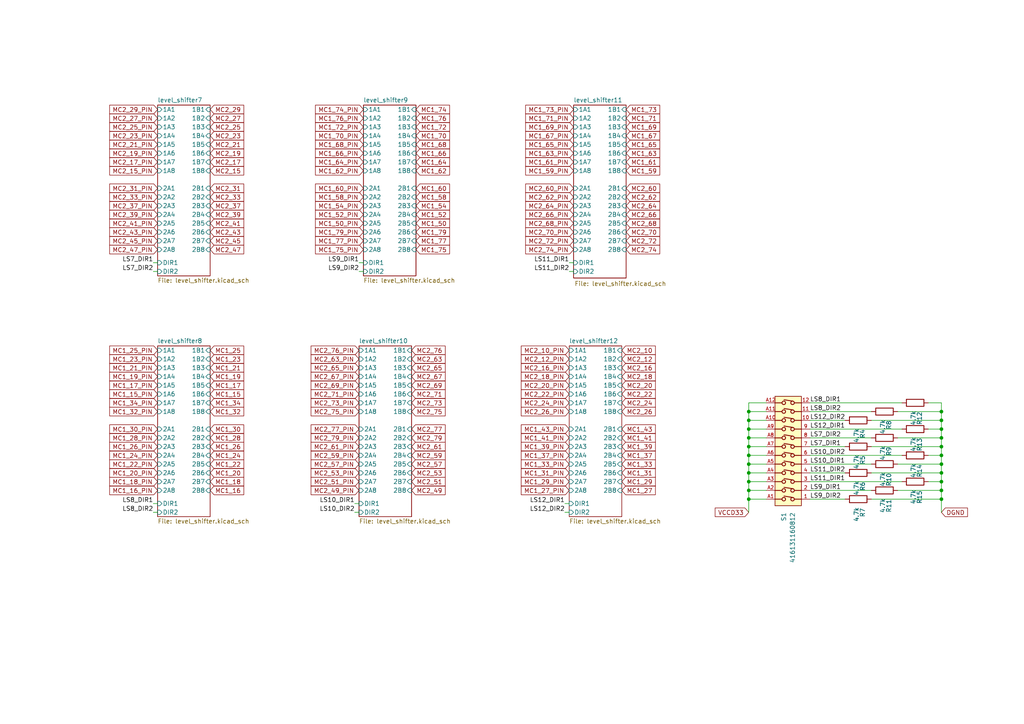
<source format=kicad_sch>
(kicad_sch (version 20231120) (generator "eeschema") (generator_version "8.0")
  (paper "A4")
  (lib_symbols
    (symbol "Device:R" (pin_numbers hide) (pin_names (offset 0))
      (property "Reference" "R" (at 2.032 0 90))
      (property "Value" "R" (at 0 0 90))
      (symbol "R_0_1"
        (rectangle (start -1.016 -2.54) (end 1.016 2.54) (stroke (width 0.254)))
      )
      (symbol "R_1_1"
        (pin passive line (at 0 3.81 270) (length 1.27) (name "~") (number "1"))
        (pin passive line (at 0 -3.81 90) (length 1.27) (name "~") (number "2"))
      )
    )
    (symbol "avlsi_preferred_parts:416131160812" (pin_names (offset 1.016))
      (property "Reference" "S" (at 15.24 2.54 0))
      (property "Value" "416131160812" (at 15.24 0 0))
      (symbol "416131160812_0_0"
        (rectangle (start -17.145 -2.54) (end 14.605 5.08) (stroke (width 0.2)) (fill (type background)))
        (circle (center -15.24 0) (radius 0.508) (stroke (width 0.254)))
        (circle (center -15.24 2.54) (radius 0.508) (stroke (width 0.254)))
        (circle (center -12.7 0) (radius 0.508) (stroke (width 0.254)))
        (circle (center -12.7 2.54) (radius 0.508) (stroke (width 0.254)))
        (circle (center -10.16 0) (radius 0.508) (stroke (width 0.254)))
        (circle (center -10.16 2.54) (radius 0.508) (stroke (width 0.254)))
        (circle (center -7.62 0) (radius 0.508) (stroke (width 0.254)))
        (circle (center -7.62 2.54) (radius 0.508) (stroke (width 0.254)))
        (circle (center -5.08 0) (radius 0.508) (stroke (width 0.254)))
        (circle (center -5.08 2.54) (radius 0.508) (stroke (width 0.254)))
        (circle (center -2.54 0) (radius 0.508) (stroke (width 0.254)))
        (circle (center -2.54 2.54) (radius 0.508) (stroke (width 0.254)))
        (polyline (pts (xy -15.24 -2.54) (xy -15.24 -0.535)) (stroke (width 0.254)))
        (polyline (pts (xy -15.24 5.08) (xy -15.24 3.075)) (stroke (width 0.254)))
        (polyline (pts (xy -14.74 -0.03) (xy -14.34 2.47)) (stroke (width 0.254)))
        (polyline (pts (xy -12.7 -2.54) (xy -12.7 -0.535)) (stroke (width 0.254)))
        (polyline (pts (xy -12.7 5.08) (xy -12.7 3.075)) (stroke (width 0.254)))
        (polyline (pts (xy -12.2 -0.03) (xy -11.8 2.47)) (stroke (width 0.254)))
        (polyline (pts (xy -10.16 -2.54) (xy -10.16 -0.535)) (stroke (width 0.254)))
        (polyline (pts (xy -10.16 5.08) (xy -10.16 3.075)) (stroke (width 0.254)))
        (polyline (pts (xy -9.66 -0.03) (xy -9.26 2.47)) (stroke (width 0.254)))
        (polyline (pts (xy -7.62 -2.54) (xy -7.62 -0.535)) (stroke (width 0.254)))
        (polyline (pts (xy -7.62 5.08) (xy -7.62 3.075)) (stroke (width 0.254)))
        (polyline (pts (xy -7.12 -0.03) (xy -6.72 2.47)) (stroke (width 0.254)))
        (polyline (pts (xy -5.08 -2.54) (xy -5.08 -0.535)) (stroke (width 0.254)))
        (polyline (pts (xy -5.08 5.08) (xy -5.08 3.075)) (stroke (width 0.254)))
        (polyline (pts (xy -4.58 -0.03) (xy -4.18 2.47)) (stroke (width 0.254)))
        (polyline (pts (xy -2.54 -2.54) (xy -2.54 -0.535)) (stroke (width 0.254)))
        (polyline (pts (xy -2.54 5.08) (xy -2.54 3.075)) (stroke (width 0.254)))
        (polyline (pts (xy -2.04 -0.03) (xy -1.64 2.47)) (stroke (width 0.254)))
        (polyline (pts (xy 0 -2.54) (xy 0 -0.535)) (stroke (width 0.254)))
        (polyline (pts (xy 0 5.08) (xy 0 3.075)) (stroke (width 0.254)))
        (polyline (pts (xy 0.5 -0.03) (xy 0.9 2.47)) (stroke (width 0.254)))
        (polyline (pts (xy 2.54 -2.54) (xy 2.54 -0.535)) (stroke (width 0.254)))
        (polyline (pts (xy 2.54 5.08) (xy 2.54 3.075)) (stroke (width 0.254)))
        (polyline (pts (xy 3.04 -0.03) (xy 3.44 2.47)) (stroke (width 0.254)))
        (polyline (pts (xy 5.08 -2.54) (xy 5.08 -0.535)) (stroke (width 0.254)))
        (polyline (pts (xy 5.08 5.08) (xy 5.08 3.075)) (stroke (width 0.254)))
        (polyline (pts (xy 5.58 -0.03) (xy 5.98 2.47)) (stroke (width 0.254)))
        (polyline (pts (xy 7.62 -2.54) (xy 7.62 -0.535)) (stroke (width 0.254)))
        (polyline (pts (xy 7.62 5.08) (xy 7.62 3.075)) (stroke (width 0.254)))
        (polyline (pts (xy 8.12 -0.03) (xy 8.52 2.47)) (stroke (width 0.254)))
        (polyline (pts (xy 10.16 -2.54) (xy 10.16 -0.535)) (stroke (width 0.254)))
        (polyline (pts (xy 10.16 5.08) (xy 10.16 3.075)) (stroke (width 0.254)))
        (polyline (pts (xy 10.66 -0.03) (xy 11.06 2.47)) (stroke (width 0.254)))
        (polyline (pts (xy 12.7 -2.54) (xy 12.7 -0.535)) (stroke (width 0.254)))
        (polyline (pts (xy 12.7 5.08) (xy 12.7 3.075)) (stroke (width 0.254)))
        (polyline (pts (xy 13.2 -0.03) (xy 13.6 2.47)) (stroke (width 0.254)))
        (circle (center 0 0) (radius 0.508) (stroke (width 0.254)))
        (circle (center 0 2.54) (radius 0.508) (stroke (width 0.254)))
        (circle (center 2.54 0) (radius 0.508) (stroke (width 0.254)))
        (circle (center 2.54 2.54) (radius 0.508) (stroke (width 0.254)))
        (circle (center 5.08 0) (radius 0.508) (stroke (width 0.254)))
        (circle (center 5.08 2.54) (radius 0.508) (stroke (width 0.254)))
        (circle (center 7.62 0) (radius 0.508) (stroke (width 0.254)))
        (circle (center 7.62 2.54) (radius 0.508) (stroke (width 0.254)))
        (circle (center 10.16 0) (radius 0.508) (stroke (width 0.254)))
        (circle (center 10.16 2.54) (radius 0.508) (stroke (width 0.254)))
        (circle (center 12.7 0) (radius 0.508) (stroke (width 0.254)))
        (circle (center 12.7 2.54) (radius 0.508) (stroke (width 0.254)))
        (pin passive line (at -15.24 -5.08 90) (length 2.54) (name "~") (number "1"))
        (pin passive line (at 7.62 -5.08 90) (length 2.54) (name "~") (number "10"))
        (pin passive line (at 10.16 -5.08 90) (length 2.54) (name "~") (number "11"))
        (pin passive line (at 12.7 -5.08 90) (length 2.54) (name "~") (number "12"))
        (pin passive line (at -12.7 -5.08 90) (length 2.54) (name "~") (number "2"))
        (pin passive line (at -10.16 -5.08 90) (length 2.54) (name "~") (number "3"))
        (pin passive line (at -7.62 -5.08 90) (length 2.54) (name "~") (number "4"))
        (pin passive line (at -5.08 -5.08 90) (length 2.54) (name "~") (number "5"))
        (pin passive line (at -2.54 -5.08 90) (length 2.54) (name "~") (number "6"))
        (pin passive line (at 0 -5.08 90) (length 2.54) (name "~") (number "7"))
        (pin passive line (at 2.54 -5.08 90) (length 2.54) (name "~") (number "8"))
        (pin passive line (at 5.08 -5.08 90) (length 2.54) (name "~") (number "9"))
        (pin passive line (at -15.24 7.62 270) (length 2.54) (name "~") (number "A1"))
        (pin passive line (at 7.62 7.62 270) (length 2.54) (name "~") (number "A10"))
        (pin passive line (at 10.16 7.62 270) (length 2.54) (name "~") (number "A11"))
        (pin passive line (at 12.7 7.62 270) (length 2.54) (name "~") (number "A12"))
        (pin passive line (at -12.7 7.62 270) (length 2.54) (name "~") (number "A2"))
        (pin passive line (at -10.16 7.62 270) (length 2.54) (name "~") (number "A3"))
        (pin passive line (at -7.62 7.62 270) (length 2.54) (name "~") (number "A4"))
        (pin passive line (at -5.08 7.62 270) (length 2.54) (name "~") (number "A5"))
        (pin passive line (at -2.54 7.62 270) (length 2.54) (name "~") (number "A6"))
        (pin passive line (at 0 7.62 270) (length 2.54) (name "~") (number "A7"))
        (pin passive line (at 2.54 7.62 270) (length 2.54) (name "~") (number "A8"))
        (pin passive line (at 5.08 7.62 270) (length 2.54) (name "~") (number "A9"))
      )
    )
  )
  (junction (at 273.05 139.7))
  (junction (at 217.17 121.92))
  (junction (at 217.17 144.78))
  (junction (at 217.17 127))
  (junction (at 273.05 119.38))
  (junction (at 217.17 142.24))
  (junction (at 273.05 121.92))
  (junction (at 217.17 119.38))
  (junction (at 217.17 137.16))
  (junction (at 273.05 124.46))
  (junction (at 217.17 139.7))
  (junction (at 273.05 132.08))
  (junction (at 217.17 129.54))
  (junction (at 273.05 142.24))
  (junction (at 217.17 134.62))
  (junction (at 273.05 129.54))
  (junction (at 217.17 124.46))
  (junction (at 273.05 134.62))
  (junction (at 217.17 132.08))
  (junction (at 273.05 137.16))
  (junction (at 273.05 144.78))
  (junction (at 273.05 127))
  (wire (pts (xy 217.17 121.92) (xy 222.25 121.92)))
  (wire (pts (xy 273.05 139.7) (xy 273.05 142.24)))
  (wire (pts (xy 217.17 124.46) (xy 222.25 124.46)))
  (wire (pts (xy 165.1 78.74) (xy 166.37 78.74)))
  (wire (pts (xy 217.17 116.84) (xy 222.25 116.84)))
  (wire (pts (xy 102.87 146.05) (xy 104.14 146.05)))
  (wire (pts (xy 217.17 134.62) (xy 217.17 132.08)))
  (wire (pts (xy 234.95 134.62) (xy 252.73 134.62)))
  (wire (pts (xy 252.73 129.54) (xy 273.05 129.54)))
  (wire (pts (xy 217.17 137.16) (xy 222.25 137.16)))
  (wire (pts (xy 260.35 134.62) (xy 273.05 134.62)))
  (wire (pts (xy 234.95 121.92) (xy 245.11 121.92)))
  (wire (pts (xy 44.45 148.59) (xy 45.72 148.59)))
  (wire (pts (xy 217.17 129.54) (xy 217.17 127)))
  (wire (pts (xy 217.17 144.78) (xy 217.17 142.24)))
  (wire (pts (xy 269.24 139.7) (xy 273.05 139.7)))
  (wire (pts (xy 273.05 134.62) (xy 273.05 137.16)))
  (wire (pts (xy 273.05 129.54) (xy 273.05 132.08)))
  (wire (pts (xy 234.95 119.38) (xy 252.73 119.38)))
  (wire (pts (xy 234.95 127) (xy 252.73 127)))
  (wire (pts (xy 273.05 137.16) (xy 273.05 139.7)))
  (wire (pts (xy 217.17 127) (xy 217.17 124.46)))
  (wire (pts (xy 273.05 127) (xy 273.05 129.54)))
  (wire (pts (xy 269.24 124.46) (xy 273.05 124.46)))
  (wire (pts (xy 252.73 144.78) (xy 273.05 144.78)))
  (wire (pts (xy 217.17 148.59) (xy 217.17 144.78)))
  (wire (pts (xy 217.17 134.62) (xy 222.25 134.62)))
  (wire (pts (xy 234.95 139.7) (xy 261.62 139.7)))
  (wire (pts (xy 252.73 137.16) (xy 273.05 137.16)))
  (wire (pts (xy 217.17 119.38) (xy 222.25 119.38)))
  (wire (pts (xy 217.17 144.78) (xy 222.25 144.78)))
  (wire (pts (xy 273.05 144.78) (xy 273.05 148.59)))
  (wire (pts (xy 217.17 132.08) (xy 217.17 129.54)))
  (wire (pts (xy 273.05 121.92) (xy 273.05 124.46)))
  (wire (pts (xy 44.45 76.2) (xy 45.72 76.2)))
  (wire (pts (xy 273.05 142.24) (xy 273.05 144.78)))
  (wire (pts (xy 165.1 76.2) (xy 166.37 76.2)))
  (wire (pts (xy 217.17 139.7) (xy 222.25 139.7)))
  (wire (pts (xy 217.17 121.92) (xy 217.17 119.38)))
  (wire (pts (xy 217.17 129.54) (xy 222.25 129.54)))
  (wire (pts (xy 234.95 116.84) (xy 261.62 116.84)))
  (wire (pts (xy 273.05 124.46) (xy 273.05 127)))
  (wire (pts (xy 269.24 132.08) (xy 273.05 132.08)))
  (wire (pts (xy 217.17 142.24) (xy 222.25 142.24)))
  (wire (pts (xy 234.95 129.54) (xy 245.11 129.54)))
  (wire (pts (xy 217.17 127) (xy 222.25 127)))
  (wire (pts (xy 273.05 116.84) (xy 273.05 119.38)))
  (wire (pts (xy 260.35 142.24) (xy 273.05 142.24)))
  (wire (pts (xy 104.14 78.74) (xy 105.41 78.74)))
  (wire (pts (xy 234.95 137.16) (xy 245.11 137.16)))
  (wire (pts (xy 234.95 142.24) (xy 252.73 142.24)))
  (wire (pts (xy 217.17 132.08) (xy 222.25 132.08)))
  (wire (pts (xy 260.35 127) (xy 273.05 127)))
  (wire (pts (xy 217.17 137.16) (xy 217.17 134.62)))
  (wire (pts (xy 273.05 119.38) (xy 273.05 121.92)))
  (wire (pts (xy 163.83 146.05) (xy 165.1 146.05)))
  (wire (pts (xy 252.73 121.92) (xy 273.05 121.92)))
  (wire (pts (xy 217.17 124.46) (xy 217.17 121.92)))
  (wire (pts (xy 104.14 76.2) (xy 105.41 76.2)))
  (wire (pts (xy 44.45 78.74) (xy 45.72 78.74)))
  (wire (pts (xy 217.17 142.24) (xy 217.17 139.7)))
  (wire (pts (xy 217.17 119.38) (xy 217.17 116.84)))
  (wire (pts (xy 273.05 132.08) (xy 273.05 134.62)))
  (wire (pts (xy 234.95 144.78) (xy 245.11 144.78)))
  (wire (pts (xy 102.87 148.59) (xy 104.14 148.59)))
  (wire (pts (xy 234.95 132.08) (xy 261.62 132.08)))
  (wire (pts (xy 217.17 139.7) (xy 217.17 137.16)))
  (wire (pts (xy 234.95 124.46) (xy 261.62 124.46)))
  (wire (pts (xy 163.83 148.59) (xy 165.1 148.59)))
  (wire (pts (xy 269.24 116.84) (xy 273.05 116.84)))
  (wire (pts (xy 260.35 119.38) (xy 273.05 119.38)))
  (wire (pts (xy 44.45 146.05) (xy 45.72 146.05)))
  (label "LS12_DIR1" (at 234.95 124.46 0))
  (label "LS10_DIR2" (at 102.87 148.59 180))
  (label "LS8_DIR1" (at 44.45 146.05 180))
  (label "LS11_DIR2" (at 234.95 137.16 0))
  (label "LS10_DIR1" (at 102.87 146.05 180))
  (label "LS9_DIR1" (at 104.14 76.2 180))
  (label "LS10_DIR1" (at 234.95 134.62 0))
  (label "LS10_DIR2" (at 234.95 132.08 0))
  (label "LS7_DIR2" (at 234.95 127 0))
  (label "LS9_DIR2" (at 104.14 78.74 180))
  (label "LS12_DIR1" (at 163.83 146.05 180))
  (label "LS9_DIR1" (at 234.95 142.24 0))
  (label "LS7_DIR1" (at 44.45 76.2 180))
  (label "LS8_DIR2" (at 44.45 148.59 180))
  (label "LS8_DIR2" (at 234.95 119.38 0))
  (label "LS11_DIR1" (at 165.1 76.2 180))
  (label "LS7_DIR2" (at 44.45 78.74 180))
  (label "LS9_DIR2" (at 234.95 144.78 0))
  (label "LS11_DIR2" (at 165.1 78.74 180))
  (label "LS12_DIR2" (at 163.83 148.59 180))
  (label "LS12_DIR2" (at 234.95 121.92 0))
  (label "LS8_DIR1" (at 234.95 116.84 0))
  (label "LS11_DIR1" (at 234.95 139.7 0))
  (label "LS7_DIR1" (at 234.95 129.54 0))
  (global_label "MC1_20_PIN" (shape input) (at 45.72 137.16 180) (property "Intersheetrefs" "${INTERSHEET_REFS}" (effects (hide yes))))
  (global_label "MC1_75_PIN" (shape input) (at 105.41 72.39 180) (property "Intersheetrefs" "${INTERSHEET_REFS}" (effects (hide yes))))
  (global_label "MC2_59" (shape input) (at 119.38 132.08 0) (property "Intersheetrefs" "${INTERSHEET_REFS}" (effects (hide yes))))
  (global_label "MC1_52" (shape input) (at 120.65 62.23 0) (property "Intersheetrefs" "${INTERSHEET_REFS}" (effects (hide yes))))
  (global_label "MC1_18" (shape input) (at 60.96 139.7 0) (property "Intersheetrefs" "${INTERSHEET_REFS}" (effects (hide yes))))
  (global_label "MC1_50_PIN" (shape input) (at 105.41 64.77 180) (property "Intersheetrefs" "${INTERSHEET_REFS}" (effects (hide yes))))
  (global_label "MC2_60_PIN" (shape input) (at 166.37 54.61 180) (property "Intersheetrefs" "${INTERSHEET_REFS}" (effects (hide yes))))
  (global_label "MC2_45" (shape input) (at 60.96 69.85 0) (property "Intersheetrefs" "${INTERSHEET_REFS}" (effects (hide yes))))
  (global_label "MC2_43" (shape input) (at 60.96 67.31 0) (property "Intersheetrefs" "${INTERSHEET_REFS}" (effects (hide yes))))
  (global_label "MC1_34" (shape input) (at 60.96 116.84 0) (property "Intersheetrefs" "${INTERSHEET_REFS}" (effects (hide yes))))
  (global_label "MC1_66" (shape input) (at 120.65 44.45 0) (property "Intersheetrefs" "${INTERSHEET_REFS}" (effects (hide yes))))
  (global_label "MC2_23" (shape input) (at 60.96 39.37 0) (property "Intersheetrefs" "${INTERSHEET_REFS}" (effects (hide yes))))
  (global_label "MC2_18" (shape input) (at 180.34 109.22 0) (property "Intersheetrefs" "${INTERSHEET_REFS}" (effects (hide yes))))
  (global_label "MC2_10_PIN" (shape input) (at 165.1 101.6 180) (property "Intersheetrefs" "${INTERSHEET_REFS}" (effects (hide yes))))
  (global_label "MC1_41_PIN" (shape input) (at 165.1 127 180) (property "Intersheetrefs" "${INTERSHEET_REFS}" (effects (hide yes))))
  (global_label "MC1_79_PIN" (shape input) (at 105.41 67.31 180) (property "Intersheetrefs" "${INTERSHEET_REFS}" (effects (hide yes))))
  (global_label "MC1_19" (shape input) (at 60.96 109.22 0) (property "Intersheetrefs" "${INTERSHEET_REFS}" (effects (hide yes))))
  (global_label "MC2_23_PIN" (shape input) (at 45.72 39.37 180) (property "Intersheetrefs" "${INTERSHEET_REFS}" (effects (hide yes))))
  (global_label "MC2_67" (shape input) (at 119.38 109.22 0) (property "Intersheetrefs" "${INTERSHEET_REFS}" (effects (hide yes))))
  (global_label "MC2_16_PIN" (shape input) (at 165.1 106.68 180) (property "Intersheetrefs" "${INTERSHEET_REFS}" (effects (hide yes))))
  (global_label "MC1_62_PIN" (shape input) (at 105.41 49.53 180) (property "Intersheetrefs" "${INTERSHEET_REFS}" (effects (hide yes))))
  (global_label "MC1_25_PIN" (shape input) (at 45.72 101.6 180) (property "Intersheetrefs" "${INTERSHEET_REFS}" (effects (hide yes))))
  (global_label "MC1_17_PIN" (shape input) (at 45.72 111.76 180) (property "Intersheetrefs" "${INTERSHEET_REFS}" (effects (hide yes))))
  (global_label "MC1_28_PIN" (shape input) (at 45.72 127 180) (property "Intersheetrefs" "${INTERSHEET_REFS}" (effects (hide yes))))
  (global_label "MC2_51" (shape input) (at 119.38 139.7 0) (property "Intersheetrefs" "${INTERSHEET_REFS}" (effects (hide yes))))
  (global_label "MC1_61" (shape input) (at 181.61 46.99 0) (property "Intersheetrefs" "${INTERSHEET_REFS}" (effects (hide yes))))
  (global_label "MC1_20" (shape input) (at 60.96 137.16 0) (property "Intersheetrefs" "${INTERSHEET_REFS}" (effects (hide yes))))
  (global_label "MC2_53" (shape input) (at 119.38 137.16 0) (property "Intersheetrefs" "${INTERSHEET_REFS}" (effects (hide yes))))
  (global_label "MC1_54" (shape input) (at 120.65 59.69 0) (property "Intersheetrefs" "${INTERSHEET_REFS}" (effects (hide yes))))
  (global_label "MC2_64" (shape input) (at 181.61 59.69 0) (property "Intersheetrefs" "${INTERSHEET_REFS}" (effects (hide yes))))
  (global_label "MC1_34_PIN" (shape input) (at 45.72 116.84 180) (property "Intersheetrefs" "${INTERSHEET_REFS}" (effects (hide yes))))
  (global_label "MC1_43" (shape input) (at 180.34 124.46 0) (property "Intersheetrefs" "${INTERSHEET_REFS}" (effects (hide yes))))
  (global_label "MC1_23_PIN" (shape input) (at 45.72 104.14 180) (property "Intersheetrefs" "${INTERSHEET_REFS}" (effects (hide yes))))
  (global_label "MC2_26_PIN" (shape input) (at 165.1 119.38 180) (property "Intersheetrefs" "${INTERSHEET_REFS}" (effects (hide yes))))
  (global_label "MC2_20" (shape input) (at 180.34 111.76 0) (property "Intersheetrefs" "${INTERSHEET_REFS}" (effects (hide yes))))
  (global_label "MC2_67_PIN" (shape input) (at 104.14 109.22 180) (property "Intersheetrefs" "${INTERSHEET_REFS}" (effects (hide yes))))
  (global_label "MC1_54_PIN" (shape input) (at 105.41 59.69 180) (property "Intersheetrefs" "${INTERSHEET_REFS}" (effects (hide yes))))
  (global_label "MC1_77" (shape input) (at 120.65 69.85 0) (property "Intersheetrefs" "${INTERSHEET_REFS}" (effects (hide yes))))
  (global_label "MC2_74" (shape input) (at 181.61 72.39 0) (property "Intersheetrefs" "${INTERSHEET_REFS}" (effects (hide yes))))
  (global_label "MC2_10" (shape input) (at 180.34 101.6 0) (property "Intersheetrefs" "${INTERSHEET_REFS}" (effects (hide yes))))
  (global_label "MC1_24" (shape input) (at 60.96 132.08 0) (property "Intersheetrefs" "${INTERSHEET_REFS}" (effects (hide yes))))
  (global_label "MC1_15" (shape input) (at 60.96 114.3 0) (property "Intersheetrefs" "${INTERSHEET_REFS}" (effects (hide yes))))
  (global_label "MC2_53_PIN" (shape input) (at 104.14 137.16 180) (property "Intersheetrefs" "${INTERSHEET_REFS}" (effects (hide yes))))
  (global_label "MC1_33" (shape input) (at 180.34 134.62 0) (property "Intersheetrefs" "${INTERSHEET_REFS}" (effects (hide yes))))
  (global_label "MC2_65_PIN" (shape input) (at 104.14 106.68 180) (property "Intersheetrefs" "${INTERSHEET_REFS}" (effects (hide yes))))
  (global_label "MC2_71" (shape input) (at 119.38 114.3 0) (property "Intersheetrefs" "${INTERSHEET_REFS}" (effects (hide yes))))
  (global_label "MC2_29_PIN" (shape input) (at 45.72 31.75 180) (property "Intersheetrefs" "${INTERSHEET_REFS}" (effects (hide yes))))
  (global_label "MC2_77_PIN" (shape input) (at 104.14 124.46 180) (property "Intersheetrefs" "${INTERSHEET_REFS}" (effects (hide yes))))
  (global_label "MC1_33_PIN" (shape input) (at 165.1 134.62 180) (property "Intersheetrefs" "${INTERSHEET_REFS}" (effects (hide yes))))
  (global_label "MC1_66_PIN" (shape input) (at 105.41 44.45 180) (property "Intersheetrefs" "${INTERSHEET_REFS}" (effects (hide yes))))
  (global_label "MC1_21" (shape input) (at 60.96 106.68 0) (property "Intersheetrefs" "${INTERSHEET_REFS}" (effects (hide yes))))
  (global_label "MC1_69" (shape input) (at 181.61 36.83 0) (property "Intersheetrefs" "${INTERSHEET_REFS}" (effects (hide yes))))
  (global_label "MC2_73_PIN" (shape input) (at 104.14 116.84 180) (property "Intersheetrefs" "${INTERSHEET_REFS}" (effects (hide yes))))
  (global_label "MC2_43_PIN" (shape input) (at 45.72 67.31 180) (property "Intersheetrefs" "${INTERSHEET_REFS}" (effects (hide yes))))
  (global_label "MC1_72" (shape input) (at 120.65 36.83 0) (property "Intersheetrefs" "${INTERSHEET_REFS}" (effects (hide yes))))
  (global_label "MC1_73_PIN" (shape input) (at 166.37 31.75 180) (property "Intersheetrefs" "${INTERSHEET_REFS}" (effects (hide yes))))
  (global_label "MC2_66_PIN" (shape input) (at 166.37 62.23 180) (property "Intersheetrefs" "${INTERSHEET_REFS}" (effects (hide yes))))
  (global_label "MC1_59" (shape input) (at 181.61 49.53 0) (property "Intersheetrefs" "${INTERSHEET_REFS}" (effects (hide yes))))
  (global_label "MC2_25_PIN" (shape input) (at 45.72 36.83 180) (property "Intersheetrefs" "${INTERSHEET_REFS}" (effects (hide yes))))
  (global_label "VCCD33" (shape input) (at 217.17 148.59 180) (property "Intersheetrefs" "${INTERSHEET_REFS}" (effects (hide yes))))
  (global_label "MC2_26" (shape input) (at 180.34 119.38 0) (property "Intersheetrefs" "${INTERSHEET_REFS}" (effects (hide yes))))
  (global_label "MC2_68_PIN" (shape input) (at 166.37 64.77 180) (property "Intersheetrefs" "${INTERSHEET_REFS}" (effects (hide yes))))
  (global_label "MC2_27_PIN" (shape input) (at 45.72 34.29 180) (property "Intersheetrefs" "${INTERSHEET_REFS}" (effects (hide yes))))
  (global_label "MC1_16_PIN" (shape input) (at 45.72 142.24 180) (property "Intersheetrefs" "${INTERSHEET_REFS}" (effects (hide yes))))
  (global_label "MC2_39_PIN" (shape input) (at 45.72 62.23 180) (property "Intersheetrefs" "${INTERSHEET_REFS}" (effects (hide yes))))
  (global_label "MC1_74" (shape input) (at 120.65 31.75 0) (property "Intersheetrefs" "${INTERSHEET_REFS}" (effects (hide yes))))
  (global_label "MC2_12_PIN" (shape input) (at 165.1 104.14 180) (property "Intersheetrefs" "${INTERSHEET_REFS}" (effects (hide yes))))
  (global_label "MC1_17" (shape input) (at 60.96 111.76 0) (property "Intersheetrefs" "${INTERSHEET_REFS}" (effects (hide yes))))
  (global_label "MC2_19_PIN" (shape input) (at 45.72 44.45 180) (property "Intersheetrefs" "${INTERSHEET_REFS}" (effects (hide yes))))
  (global_label "MC1_27" (shape input) (at 180.34 142.24 0) (property "Intersheetrefs" "${INTERSHEET_REFS}" (effects (hide yes))))
  (global_label "MC2_68" (shape input) (at 181.61 64.77 0) (property "Intersheetrefs" "${INTERSHEET_REFS}" (effects (hide yes))))
  (global_label "MC2_12" (shape input) (at 180.34 104.14 0) (property "Intersheetrefs" "${INTERSHEET_REFS}" (effects (hide yes))))
  (global_label "MC1_29" (shape input) (at 180.34 139.7 0) (property "Intersheetrefs" "${INTERSHEET_REFS}" (effects (hide yes))))
  (global_label "MC2_76_PIN" (shape input) (at 104.14 101.6 180) (property "Intersheetrefs" "${INTERSHEET_REFS}" (effects (hide yes))))
  (global_label "MC1_28" (shape input) (at 60.96 127 0) (property "Intersheetrefs" "${INTERSHEET_REFS}" (effects (hide yes))))
  (global_label "MC2_64_PIN" (shape input) (at 166.37 59.69 180) (property "Intersheetrefs" "${INTERSHEET_REFS}" (effects (hide yes))))
  (global_label "MC1_76" (shape input) (at 120.65 34.29 0) (property "Intersheetrefs" "${INTERSHEET_REFS}" (effects (hide yes))))
  (global_label "MC1_30" (shape input) (at 60.96 124.46 0) (property "Intersheetrefs" "${INTERSHEET_REFS}" (effects (hide yes))))
  (global_label "MC1_65" (shape input) (at 181.61 41.91 0) (property "Intersheetrefs" "${INTERSHEET_REFS}" (effects (hide yes))))
  (global_label "MC2_18_PIN" (shape input) (at 165.1 109.22 180) (property "Intersheetrefs" "${INTERSHEET_REFS}" (effects (hide yes))))
  (global_label "MC2_22" (shape input) (at 180.34 114.3 0) (property "Intersheetrefs" "${INTERSHEET_REFS}" (effects (hide yes))))
  (global_label "MC1_70_PIN" (shape input) (at 105.41 39.37 180) (property "Intersheetrefs" "${INTERSHEET_REFS}" (effects (hide yes))))
  (global_label "MC1_29_PIN" (shape input) (at 165.1 139.7 180) (property "Intersheetrefs" "${INTERSHEET_REFS}" (effects (hide yes))))
  (global_label "MC2_22_PIN" (shape input) (at 165.1 114.3 180) (property "Intersheetrefs" "${INTERSHEET_REFS}" (effects (hide yes))))
  (global_label "MC1_37" (shape input) (at 180.34 132.08 0) (property "Intersheetrefs" "${INTERSHEET_REFS}" (effects (hide yes))))
  (global_label "MC1_39" (shape input) (at 180.34 129.54 0) (property "Intersheetrefs" "${INTERSHEET_REFS}" (effects (hide yes))))
  (global_label "MC2_75" (shape input) (at 119.38 119.38 0) (property "Intersheetrefs" "${INTERSHEET_REFS}" (effects (hide yes))))
  (global_label "DGND" (shape input) (at 273.05 148.59 0) (property "Intersheetrefs" "${INTERSHEET_REFS}" (effects (hide yes))))
  (global_label "MC1_63" (shape input) (at 181.61 44.45 0) (property "Intersheetrefs" "${INTERSHEET_REFS}" (effects (hide yes))))
  (global_label "MC2_17_PIN" (shape input) (at 45.72 46.99 180) (property "Intersheetrefs" "${INTERSHEET_REFS}" (effects (hide yes))))
  (global_label "MC1_59_PIN" (shape input) (at 166.37 49.53 180) (property "Intersheetrefs" "${INTERSHEET_REFS}" (effects (hide yes))))
  (global_label "MC2_17" (shape input) (at 60.96 46.99 0) (property "Intersheetrefs" "${INTERSHEET_REFS}" (effects (hide yes))))
  (global_label "MC1_31" (shape input) (at 180.34 137.16 0) (property "Intersheetrefs" "${INTERSHEET_REFS}" (effects (hide yes))))
  (global_label "MC2_33_PIN" (shape input) (at 45.72 57.15 180) (property "Intersheetrefs" "${INTERSHEET_REFS}" (effects (hide yes))))
  (global_label "MC1_74_PIN" (shape input) (at 105.41 31.75 180) (property "Intersheetrefs" "${INTERSHEET_REFS}" (effects (hide yes))))
  (global_label "MC2_31" (shape input) (at 60.96 54.61 0) (property "Intersheetrefs" "${INTERSHEET_REFS}" (effects (hide yes))))
  (global_label "MC2_15" (shape input) (at 60.96 49.53 0) (property "Intersheetrefs" "${INTERSHEET_REFS}" (effects (hide yes))))
  (global_label "MC2_74_PIN" (shape input) (at 166.37 72.39 180) (property "Intersheetrefs" "${INTERSHEET_REFS}" (effects (hide yes))))
  (global_label "MC2_29" (shape input) (at 60.96 31.75 0) (property "Intersheetrefs" "${INTERSHEET_REFS}" (effects (hide yes))))
  (global_label "MC1_32" (shape input) (at 60.96 119.38 0) (property "Intersheetrefs" "${INTERSHEET_REFS}" (effects (hide yes))))
  (global_label "MC1_31_PIN" (shape input) (at 165.1 137.16 180) (property "Intersheetrefs" "${INTERSHEET_REFS}" (effects (hide yes))))
  (global_label "MC1_62" (shape input) (at 120.65 49.53 0) (property "Intersheetrefs" "${INTERSHEET_REFS}" (effects (hide yes))))
  (global_label "MC1_15_PIN" (shape input) (at 45.72 114.3 180) (property "Intersheetrefs" "${INTERSHEET_REFS}" (effects (hide yes))))
  (global_label "MC2_31_PIN" (shape input) (at 45.72 54.61 180) (property "Intersheetrefs" "${INTERSHEET_REFS}" (effects (hide yes))))
  (global_label "MC2_45_PIN" (shape input) (at 45.72 69.85 180) (property "Intersheetrefs" "${INTERSHEET_REFS}" (effects (hide yes))))
  (global_label "MC2_24" (shape input) (at 180.34 116.84 0) (property "Intersheetrefs" "${INTERSHEET_REFS}" (effects (hide yes))))
  (global_label "MC1_65_PIN" (shape input) (at 166.37 41.91 180) (property "Intersheetrefs" "${INTERSHEET_REFS}" (effects (hide yes))))
  (global_label "MC1_72_PIN" (shape input) (at 105.41 36.83 180) (property "Intersheetrefs" "${INTERSHEET_REFS}" (effects (hide yes))))
  (global_label "MC1_60_PIN" (shape input) (at 105.41 54.61 180) (property "Intersheetrefs" "${INTERSHEET_REFS}" (effects (hide yes))))
  (global_label "MC1_27_PIN" (shape input) (at 165.1 142.24 180) (property "Intersheetrefs" "${INTERSHEET_REFS}" (effects (hide yes))))
  (global_label "MC1_16" (shape input) (at 60.96 142.24 0) (property "Intersheetrefs" "${INTERSHEET_REFS}" (effects (hide yes))))
  (global_label "MC2_24_PIN" (shape input) (at 165.1 116.84 180) (property "Intersheetrefs" "${INTERSHEET_REFS}" (effects (hide yes))))
  (global_label "MC1_32_PIN" (shape input) (at 45.72 119.38 180) (property "Intersheetrefs" "${INTERSHEET_REFS}" (effects (hide yes))))
  (global_label "MC2_39" (shape input) (at 60.96 62.23 0) (property "Intersheetrefs" "${INTERSHEET_REFS}" (effects (hide yes))))
  (global_label "MC2_16" (shape input) (at 180.34 106.68 0) (property "Intersheetrefs" "${INTERSHEET_REFS}" (effects (hide yes))))
  (global_label "MC1_58_PIN" (shape input) (at 105.41 57.15 180) (property "Intersheetrefs" "${INTERSHEET_REFS}" (effects (hide yes))))
  (global_label "MC2_62_PIN" (shape input) (at 166.37 57.15 180) (property "Intersheetrefs" "${INTERSHEET_REFS}" (effects (hide yes))))
  (global_label "MC1_41" (shape input) (at 180.34 127 0) (property "Intersheetrefs" "${INTERSHEET_REFS}" (effects (hide yes))))
  (global_label "MC1_79" (shape input) (at 120.65 67.31 0) (property "Intersheetrefs" "${INTERSHEET_REFS}" (effects (hide yes))))
  (global_label "MC2_72_PIN" (shape input) (at 166.37 69.85 180) (property "Intersheetrefs" "${INTERSHEET_REFS}" (effects (hide yes))))
  (global_label "MC2_41" (shape input) (at 60.96 64.77 0) (property "Intersheetrefs" "${INTERSHEET_REFS}" (effects (hide yes))))
  (global_label "MC1_37_PIN" (shape input) (at 165.1 132.08 180) (property "Intersheetrefs" "${INTERSHEET_REFS}" (effects (hide yes))))
  (global_label "MC2_71_PIN" (shape input) (at 104.14 114.3 180) (property "Intersheetrefs" "${INTERSHEET_REFS}" (effects (hide yes))))
  (global_label "MC1_22_PIN" (shape input) (at 45.72 134.62 180) (property "Intersheetrefs" "${INTERSHEET_REFS}" (effects (hide yes))))
  (global_label "MC1_60" (shape input) (at 120.65 54.61 0) (property "Intersheetrefs" "${INTERSHEET_REFS}" (effects (hide yes))))
  (global_label "MC1_43_PIN" (shape input) (at 165.1 124.46 180) (property "Intersheetrefs" "${INTERSHEET_REFS}" (effects (hide yes))))
  (global_label "MC1_68" (shape input) (at 120.65 41.91 0) (property "Intersheetrefs" "${INTERSHEET_REFS}" (effects (hide yes))))
  (global_label "MC2_25" (shape input) (at 60.96 36.83 0) (property "Intersheetrefs" "${INTERSHEET_REFS}" (effects (hide yes))))
  (global_label "MC1_64_PIN" (shape input) (at 105.41 46.99 180) (property "Intersheetrefs" "${INTERSHEET_REFS}" (effects (hide yes))))
  (global_label "MC1_64" (shape input) (at 120.65 46.99 0) (property "Intersheetrefs" "${INTERSHEET_REFS}" (effects (hide yes))))
  (global_label "MC2_66" (shape input) (at 181.61 62.23 0) (property "Intersheetrefs" "${INTERSHEET_REFS}" (effects (hide yes))))
  (global_label "MC2_62" (shape input) (at 181.61 57.15 0) (property "Intersheetrefs" "${INTERSHEET_REFS}" (effects (hide yes))))
  (global_label "MC1_26_PIN" (shape input) (at 45.72 129.54 180) (property "Intersheetrefs" "${INTERSHEET_REFS}" (effects (hide yes))))
  (global_label "MC1_26" (shape input) (at 60.96 129.54 0) (property "Intersheetrefs" "${INTERSHEET_REFS}" (effects (hide yes))))
  (global_label "MC2_70_PIN" (shape input) (at 166.37 67.31 180) (property "Intersheetrefs" "${INTERSHEET_REFS}" (effects (hide yes))))
  (global_label "MC2_79" (shape input) (at 119.38 127 0) (property "Intersheetrefs" "${INTERSHEET_REFS}" (effects (hide yes))))
  (global_label "MC2_57" (shape input) (at 119.38 134.62 0) (property "Intersheetrefs" "${INTERSHEET_REFS}" (effects (hide yes))))
  (global_label "MC2_57_PIN" (shape input) (at 104.14 134.62 180) (property "Intersheetrefs" "${INTERSHEET_REFS}" (effects (hide yes))))
  (global_label "MC2_49" (shape input) (at 119.38 142.24 0) (property "Intersheetrefs" "${INTERSHEET_REFS}" (effects (hide yes))))
  (global_label "MC1_73" (shape input) (at 181.61 31.75 0) (property "Intersheetrefs" "${INTERSHEET_REFS}" (effects (hide yes))))
  (global_label "MC1_50" (shape input) (at 120.65 64.77 0) (property "Intersheetrefs" "${INTERSHEET_REFS}" (effects (hide yes))))
  (global_label "MC2_33" (shape input) (at 60.96 57.15 0) (property "Intersheetrefs" "${INTERSHEET_REFS}" (effects (hide yes))))
  (global_label "MC1_18_PIN" (shape input) (at 45.72 139.7 180) (property "Intersheetrefs" "${INTERSHEET_REFS}" (effects (hide yes))))
  (global_label "MC2_63_PIN" (shape input) (at 104.14 104.14 180) (property "Intersheetrefs" "${INTERSHEET_REFS}" (effects (hide yes))))
  (global_label "MC1_30_PIN" (shape input) (at 45.72 124.46 180) (property "Intersheetrefs" "${INTERSHEET_REFS}" (effects (hide yes))))
  (global_label "MC2_20_PIN" (shape input) (at 165.1 111.76 180) (property "Intersheetrefs" "${INTERSHEET_REFS}" (effects (hide yes))))
  (global_label "MC1_70" (shape input) (at 120.65 39.37 0) (property "Intersheetrefs" "${INTERSHEET_REFS}" (effects (hide yes))))
  (global_label "MC1_63_PIN" (shape input) (at 166.37 44.45 180) (property "Intersheetrefs" "${INTERSHEET_REFS}" (effects (hide yes))))
  (global_label "MC1_67_PIN" (shape input) (at 166.37 39.37 180) (property "Intersheetrefs" "${INTERSHEET_REFS}" (effects (hide yes))))
  (global_label "MC1_71" (shape input) (at 181.61 34.29 0) (property "Intersheetrefs" "${INTERSHEET_REFS}" (effects (hide yes))))
  (global_label "MC1_25" (shape input) (at 60.96 101.6 0) (property "Intersheetrefs" "${INTERSHEET_REFS}" (effects (hide yes))))
  (global_label "MC2_61" (shape input) (at 119.38 129.54 0) (property "Intersheetrefs" "${INTERSHEET_REFS}" (effects (hide yes))))
  (global_label "MC2_27" (shape input) (at 60.96 34.29 0) (property "Intersheetrefs" "${INTERSHEET_REFS}" (effects (hide yes))))
  (global_label "MC1_71_PIN" (shape input) (at 166.37 34.29 180) (property "Intersheetrefs" "${INTERSHEET_REFS}" (effects (hide yes))))
  (global_label "MC2_75_PIN" (shape input) (at 104.14 119.38 180) (property "Intersheetrefs" "${INTERSHEET_REFS}" (effects (hide yes))))
  (global_label "MC2_21" (shape input) (at 60.96 41.91 0) (property "Intersheetrefs" "${INTERSHEET_REFS}" (effects (hide yes))))
  (global_label "MC1_75" (shape input) (at 120.65 72.39 0) (property "Intersheetrefs" "${INTERSHEET_REFS}" (effects (hide yes))))
  (global_label "MC2_76" (shape input) (at 119.38 101.6 0) (property "Intersheetrefs" "${INTERSHEET_REFS}" (effects (hide yes))))
  (global_label "MC2_59_PIN" (shape input) (at 104.14 132.08 180) (property "Intersheetrefs" "${INTERSHEET_REFS}" (effects (hide yes))))
  (global_label "MC2_70" (shape input) (at 181.61 67.31 0) (property "Intersheetrefs" "${INTERSHEET_REFS}" (effects (hide yes))))
  (global_label "MC1_61_PIN" (shape input) (at 166.37 46.99 180) (property "Intersheetrefs" "${INTERSHEET_REFS}" (effects (hide yes))))
  (global_label "MC2_19" (shape input) (at 60.96 44.45 0) (property "Intersheetrefs" "${INTERSHEET_REFS}" (effects (hide yes))))
  (global_label "MC2_79_PIN" (shape input) (at 104.14 127 180) (property "Intersheetrefs" "${INTERSHEET_REFS}" (effects (hide yes))))
  (global_label "MC2_60" (shape input) (at 181.61 54.61 0) (property "Intersheetrefs" "${INTERSHEET_REFS}" (effects (hide yes))))
  (global_label "MC1_76_PIN" (shape input) (at 105.41 34.29 180) (property "Intersheetrefs" "${INTERSHEET_REFS}" (effects (hide yes))))
  (global_label "MC2_51_PIN" (shape input) (at 104.14 139.7 180) (property "Intersheetrefs" "${INTERSHEET_REFS}" (effects (hide yes))))
  (global_label "MC2_37_PIN" (shape input) (at 45.72 59.69 180) (property "Intersheetrefs" "${INTERSHEET_REFS}" (effects (hide yes))))
  (global_label "MC2_73" (shape input) (at 119.38 116.84 0) (property "Intersheetrefs" "${INTERSHEET_REFS}" (effects (hide yes))))
  (global_label "MC1_52_PIN" (shape input) (at 105.41 62.23 180) (property "Intersheetrefs" "${INTERSHEET_REFS}" (effects (hide yes))))
  (global_label "MC1_58" (shape input) (at 120.65 57.15 0) (property "Intersheetrefs" "${INTERSHEET_REFS}" (effects (hide yes))))
  (global_label "MC1_77_PIN" (shape input) (at 105.41 69.85 180) (property "Intersheetrefs" "${INTERSHEET_REFS}" (effects (hide yes))))
  (global_label "MC2_49_PIN" (shape input) (at 104.14 142.24 180) (property "Intersheetrefs" "${INTERSHEET_REFS}" (effects (hide yes))))
  (global_label "MC1_67" (shape input) (at 181.61 39.37 0) (property "Intersheetrefs" "${INTERSHEET_REFS}" (effects (hide yes))))
  (global_label "MC2_65" (shape input) (at 119.38 106.68 0) (property "Intersheetrefs" "${INTERSHEET_REFS}" (effects (hide yes))))
  (global_label "MC2_41_PIN" (shape input) (at 45.72 64.77 180) (property "Intersheetrefs" "${INTERSHEET_REFS}" (effects (hide yes))))
  (global_label "MC2_47" (shape input) (at 60.96 72.39 0) (property "Intersheetrefs" "${INTERSHEET_REFS}" (effects (hide yes))))
  (global_label "MC1_21_PIN" (shape input) (at 45.72 106.68 180) (property "Intersheetrefs" "${INTERSHEET_REFS}" (effects (hide yes))))
  (global_label "MC2_72" (shape input) (at 181.61 69.85 0) (property "Intersheetrefs" "${INTERSHEET_REFS}" (effects (hide yes))))
  (global_label "MC1_68_PIN" (shape input) (at 105.41 41.91 180) (property "Intersheetrefs" "${INTERSHEET_REFS}" (effects (hide yes))))
  (global_label "MC1_24_PIN" (shape input) (at 45.72 132.08 180) (property "Intersheetrefs" "${INTERSHEET_REFS}" (effects (hide yes))))
  (global_label "MC1_69_PIN" (shape input) (at 166.37 36.83 180) (property "Intersheetrefs" "${INTERSHEET_REFS}" (effects (hide yes))))
  (global_label "MC1_19_PIN" (shape input) (at 45.72 109.22 180) (property "Intersheetrefs" "${INTERSHEET_REFS}" (effects (hide yes))))
  (global_label "MC1_22" (shape input) (at 60.96 134.62 0) (property "Intersheetrefs" "${INTERSHEET_REFS}" (effects (hide yes))))
  (global_label "MC2_21_PIN" (shape input) (at 45.72 41.91 180) (property "Intersheetrefs" "${INTERSHEET_REFS}" (effects (hide yes))))
  (global_label "MC2_61_PIN" (shape input) (at 104.14 129.54 180) (property "Intersheetrefs" "${INTERSHEET_REFS}" (effects (hide yes))))
  (global_label "MC1_39_PIN" (shape input) (at 165.1 129.54 180) (property "Intersheetrefs" "${INTERSHEET_REFS}" (effects (hide yes))))
  (global_label "MC2_47_PIN" (shape input) (at 45.72 72.39 180) (property "Intersheetrefs" "${INTERSHEET_REFS}" (effects (hide yes))))
  (global_label "MC2_63" (shape input) (at 119.38 104.14 0) (property "Intersheetrefs" "${INTERSHEET_REFS}" (effects (hide yes))))
  (global_label "MC2_69" (shape input) (at 119.38 111.76 0) (property "Intersheetrefs" "${INTERSHEET_REFS}" (effects (hide yes))))
  (global_label "MC1_23" (shape input) (at 60.96 104.14 0) (property "Intersheetrefs" "${INTERSHEET_REFS}" (effects (hide yes))))
  (global_label "MC2_69_PIN" (shape input) (at 104.14 111.76 180) (property "Intersheetrefs" "${INTERSHEET_REFS}" (effects (hide yes))))
  (global_label "MC2_77" (shape input) (at 119.38 124.46 0) (property "Intersheetrefs" "${INTERSHEET_REFS}" (effects (hide yes))))
  (global_label "MC2_37" (shape input) (at 60.96 59.69 0) (property "Intersheetrefs" "${INTERSHEET_REFS}" (effects (hide yes))))
  (global_label "MC2_15_PIN" (shape input) (at 45.72 49.53 180) (property "Intersheetrefs" "${INTERSHEET_REFS}" (effects (hide yes))))
  (symbol (lib_id "avlsi_preferred_parts:416131160812") (at 229.87 129.54 90) (unit 1)
    (property "Reference" "S1" (at 227.3299 148.59 0) (effects (justify right)))
    (property "Value" "416131160812" (at 229.8699 148.59 0) (effects (justify right)))
    (property "Footprint" "avlsi_preferred_parts:416131160812" (effects (hide yes)))
  )
  (symbol (lib_id "Device:R") (at 256.54 142.24 270) (unit 1)
    (property "Reference" "R11" (at 257.8101 144.78 0) (effects (justify left)))
    (property "Value" "4.7k" (at 256.032 144.526 0) (effects (justify left)))
    (property "Footprint" "Resistor_SMD:R_0805_2012Metric" (effects (hide yes)))
    (property "Description" "Resistor" (effects (hide yes)))
  )
  (symbol (lib_id "Device:R") (at 248.92 121.92 270) (unit 1)
    (property "Reference" "R4" (at 250.1901 124.46 0) (effects (justify left)))
    (property "Value" "4.7k" (at 248.412 124.206 0) (effects (justify left)))
    (property "Footprint" "Resistor_SMD:R_0805_2012Metric" (effects (hide yes)))
    (property "Description" "Resistor" (effects (hide yes)))
  )
  (symbol (lib_id "Device:R") (at 265.43 124.46 270) (unit 1)
    (property "Reference" "R13" (at 266.7001 127 0) (effects (justify left)))
    (property "Value" "4.7k" (at 264.922 126.746 0) (effects (justify left)))
    (property "Footprint" "Resistor_SMD:R_0805_2012Metric" (effects (hide yes)))
    (property "Description" "Resistor" (effects (hide yes)))
  )
  (symbol (lib_id "Device:R") (at 248.92 137.16 270) (unit 1)
    (property "Reference" "R6" (at 250.1901 139.7 0) (effects (justify left)))
    (property "Value" "4.7k" (at 248.412 139.446 0) (effects (justify left)))
    (property "Footprint" "Resistor_SMD:R_0805_2012Metric" (effects (hide yes)))
    (property "Description" "Resistor" (effects (hide yes)))
  )
  (symbol (lib_id "Device:R") (at 248.92 129.54 270) (unit 1)
    (property "Reference" "R5" (at 250.1901 132.08 0) (effects (justify left)))
    (property "Value" "4.7k" (at 248.412 131.826 0) (effects (justify left)))
    (property "Footprint" "Resistor_SMD:R_0805_2012Metric" (effects (hide yes)))
    (property "Description" "Resistor" (effects (hide yes)))
  )
  (symbol (lib_id "Device:R") (at 248.92 144.78 270) (unit 1)
    (property "Reference" "R7" (at 250.1901 147.32 0) (effects (justify left)))
    (property "Value" "4.7k" (at 248.412 147.066 0) (effects (justify left)))
    (property "Footprint" "Resistor_SMD:R_0805_2012Metric" (effects (hide yes)))
    (property "Description" "Resistor" (effects (hide yes)))
  )
  (symbol (lib_id "Device:R") (at 265.43 132.08 270) (unit 1)
    (property "Reference" "R14" (at 266.7001 134.62 0) (effects (justify left)))
    (property "Value" "4.7k" (at 264.922 134.366 0) (effects (justify left)))
    (property "Footprint" "Resistor_SMD:R_0805_2012Metric" (effects (hide yes)))
    (property "Description" "Resistor" (effects (hide yes)))
  )
  (symbol (lib_id "Device:R") (at 265.43 139.7 270) (unit 1)
    (property "Reference" "R15" (at 266.7001 142.24 0) (effects (justify left)))
    (property "Value" "4.7k" (at 264.922 141.986 0) (effects (justify left)))
    (property "Footprint" "Resistor_SMD:R_0805_2012Metric" (effects (hide yes)))
    (property "Description" "Resistor" (effects (hide yes)))
  )
  (symbol (lib_id "Device:R") (at 256.54 134.62 270) (unit 1)
    (property "Reference" "R10" (at 257.8101 137.16 0) (effects (justify left)))
    (property "Value" "4.7k" (at 256.032 136.906 0) (effects (justify left)))
    (property "Footprint" "Resistor_SMD:R_0805_2012Metric" (effects (hide yes)))
    (property "Description" "Resistor" (effects (hide yes)))
  )
  (symbol (lib_id "Device:R") (at 256.54 119.38 270) (unit 1)
    (property "Reference" "R8" (at 257.8101 121.92 0) (effects (justify left)))
    (property "Value" "4.7k" (at 256.032 121.666 0) (effects (justify left)))
    (property "Footprint" "Resistor_SMD:R_0805_2012Metric" (effects (hide yes)))
    (property "Description" "Resistor" (effects (hide yes)))
  )
  (symbol (lib_id "Device:R") (at 256.54 127 270) (unit 1)
    (property "Reference" "R9" (at 257.8101 129.54 0) (effects (justify left)))
    (property "Value" "4.7k" (at 256.032 129.286 0) (effects (justify left)))
    (property "Footprint" "Resistor_SMD:R_0805_2012Metric" (effects (hide yes)))
    (property "Description" "Resistor" (effects (hide yes)))
  )
  (symbol (lib_id "Device:R") (at 265.43 116.84 270) (unit 1)
    (property "Reference" "R12" (at 266.7001 119.38 0) (effects (justify left)))
    (property "Value" "4.7k" (at 264.922 119.126 0) (effects (justify left)))
    (property "Footprint" "Resistor_SMD:R_0805_2012Metric" (effects (hide yes)))
    (property "Description" "Resistor" (effects (hide yes)))
  )
  (sheet (at 45.72 30.48) (size 15.24 49.53) (stroke (width 0.1524))
    (property "Sheetname" "level_shifter7" (at 45.72 29.7684 0) (effects (justify left bottom)))
    (property "Sheetfile" "level_shifter.kicad_sch" (at 45.72 80.5946 0) (effects (justify left top)))
    (pin "1B2" input (at 60.96 34.29 0))
    (pin "1B1" input (at 60.96 31.75 0))
    (pin "1B3" input (at 60.96 36.83 0))
    (pin "1B4" input (at 60.96 39.37 0))
    (pin "1B5" input (at 60.96 41.91 0))
    (pin "1B6" input (at 60.96 44.45 0))
    (pin "1B7" input (at 60.96 46.99 0))
    (pin "1B8" input (at 60.96 49.53 0))
    (pin "2B1" input (at 60.96 54.61 0))
    (pin "2B2" input (at 60.96 57.15 0))
    (pin "2B7" input (at 60.96 69.85 0))
    (pin "2B8" input (at 60.96 72.39 0))
    (pin "1A1" input (at 45.72 31.75 180))
    (pin "1A2" input (at 45.72 34.29 180))
    (pin "1A3" input (at 45.72 36.83 180))
    (pin "2B3" input (at 60.96 59.69 0))
    (pin "2B4" input (at 60.96 62.23 0))
    (pin "2B5" input (at 60.96 64.77 0))
    (pin "2B6" input (at 60.96 67.31 0))
    (pin "1A4" input (at 45.72 39.37 180))
    (pin "2A8" input (at 45.72 72.39 180))
    (pin "2A7" input (at 45.72 69.85 180))
    (pin "1A5" input (at 45.72 41.91 180))
    (pin "1A8" input (at 45.72 49.53 180))
    (pin "1A6" input (at 45.72 44.45 180))
    (pin "1A7" input (at 45.72 46.99 180))
    (pin "2A1" input (at 45.72 54.61 180))
    (pin "2A2" input (at 45.72 57.15 180))
    (pin "2A3" input (at 45.72 59.69 180))
    (pin "2A4" input (at 45.72 62.23 180))
    (pin "2A5" input (at 45.72 64.77 180))
    (pin "2A6" input (at 45.72 67.31 180))
    (pin "DIR2" input (at 45.72 78.74 180))
    (pin "DIR1" input (at 45.72 76.2 180))
  )
  (sheet (at 165.1 100.33) (size 15.24 49.53) (stroke (width 0.1524))
    (property "Sheetname" "level_shifter12" (at 165.1 99.6184 0) (effects (justify left bottom)))
    (property "Sheetfile" "level_shifter.kicad_sch" (at 165.1 150.4446 0) (effects (justify left top)))
    (pin "1B2" input (at 180.34 104.14 0))
    (pin "1B1" input (at 180.34 101.6 0))
    (pin "1B3" input (at 180.34 106.68 0))
    (pin "1B4" input (at 180.34 109.22 0))
    (pin "1B5" input (at 180.34 111.76 0))
    (pin "1B6" input (at 180.34 114.3 0))
    (pin "1B7" input (at 180.34 116.84 0))
    (pin "1B8" input (at 180.34 119.38 0))
    (pin "2B1" input (at 180.34 124.46 0))
    (pin "2B2" input (at 180.34 127 0))
    (pin "2B7" input (at 180.34 139.7 0))
    (pin "2B8" input (at 180.34 142.24 0))
    (pin "1A1" input (at 165.1 101.6 180))
    (pin "1A2" input (at 165.1 104.14 180))
    (pin "1A3" input (at 165.1 106.68 180))
    (pin "2B3" input (at 180.34 129.54 0))
    (pin "2B4" input (at 180.34 132.08 0))
    (pin "2B5" input (at 180.34 134.62 0))
    (pin "2B6" input (at 180.34 137.16 0))
    (pin "1A4" input (at 165.1 109.22 180))
    (pin "2A8" input (at 165.1 142.24 180))
    (pin "2A7" input (at 165.1 139.7 180))
    (pin "1A5" input (at 165.1 111.76 180))
    (pin "1A8" input (at 165.1 119.38 180))
    (pin "1A6" input (at 165.1 114.3 180))
    (pin "1A7" input (at 165.1 116.84 180))
    (pin "2A1" input (at 165.1 124.46 180))
    (pin "2A2" input (at 165.1 127 180))
    (pin "2A3" input (at 165.1 129.54 180))
    (pin "2A4" input (at 165.1 132.08 180))
    (pin "2A5" input (at 165.1 134.62 180))
    (pin "2A6" input (at 165.1 137.16 180))
    (pin "DIR2" input (at 165.1 148.59 180))
    (pin "DIR1" input (at 165.1 146.05 180))
  )
  (sheet (at 166.37 30.48) (size 15.24 50.165) (stroke (width 0.1524))
    (property "Sheetname" "level_shifter11" (at 166.37 29.7684 0) (effects (justify left bottom)))
    (property "Sheetfile" "level_shifter.kicad_sch" (at 166.624 81.534 0) (effects (justify left top)))
    (pin "1B2" input (at 181.61 34.29 0))
    (pin "1B1" input (at 181.61 31.75 0))
    (pin "1B3" input (at 181.61 36.83 0))
    (pin "1B4" input (at 181.61 39.37 0))
    (pin "1B5" input (at 181.61 41.91 0))
    (pin "1B6" input (at 181.61 44.45 0))
    (pin "1B7" input (at 181.61 46.99 0))
    (pin "1B8" input (at 181.61 49.53 0))
    (pin "2B1" input (at 181.61 54.61 0))
    (pin "2B2" input (at 181.61 57.15 0))
    (pin "2B7" input (at 181.61 69.85 0))
    (pin "2B8" input (at 181.61 72.39 0))
    (pin "1A1" input (at 166.37 31.75 180))
    (pin "1A2" input (at 166.37 34.29 180))
    (pin "1A3" input (at 166.37 36.83 180))
    (pin "2B3" input (at 181.61 59.69 0))
    (pin "2B4" input (at 181.61 62.23 0))
    (pin "2B5" input (at 181.61 64.77 0))
    (pin "2B6" input (at 181.61 67.31 0))
    (pin "1A4" input (at 166.37 39.37 180))
    (pin "2A8" input (at 166.37 72.39 180))
    (pin "2A7" input (at 166.37 69.85 180))
    (pin "1A5" input (at 166.37 41.91 180))
    (pin "1A8" input (at 166.37 49.53 180))
    (pin "1A6" input (at 166.37 44.45 180))
    (pin "1A7" input (at 166.37 46.99 180))
    (pin "2A1" input (at 166.37 54.61 180))
    (pin "2A2" input (at 166.37 57.15 180))
    (pin "2A3" input (at 166.37 59.69 180))
    (pin "2A4" input (at 166.37 62.23 180))
    (pin "2A5" input (at 166.37 64.77 180))
    (pin "2A6" input (at 166.37 67.31 180))
    (pin "DIR2" input (at 166.37 78.74 180))
    (pin "DIR1" input (at 166.37 76.2 180))
  )
  (sheet (at 105.41 30.48) (size 15.24 49.53) (stroke (width 0.1524))
    (property "Sheetname" "level_shifter9" (at 105.41 29.7684 0) (effects (justify left bottom)))
    (property "Sheetfile" "level_shifter.kicad_sch" (at 105.41 80.5946 0) (effects (justify left top)))
    (pin "1B2" input (at 120.65 34.29 0))
    (pin "1B1" input (at 120.65 31.75 0))
    (pin "1B3" input (at 120.65 36.83 0))
    (pin "1B4" input (at 120.65 39.37 0))
    (pin "1B5" input (at 120.65 41.91 0))
    (pin "1B6" input (at 120.65 44.45 0))
    (pin "1B7" input (at 120.65 46.99 0))
    (pin "1B8" input (at 120.65 49.53 0))
    (pin "2B1" input (at 120.65 54.61 0))
    (pin "2B2" input (at 120.65 57.15 0))
    (pin "2B7" input (at 120.65 69.85 0))
    (pin "2B8" input (at 120.65 72.39 0))
    (pin "1A1" input (at 105.41 31.75 180))
    (pin "1A2" input (at 105.41 34.29 180))
    (pin "1A3" input (at 105.41 36.83 180))
    (pin "2B3" input (at 120.65 59.69 0))
    (pin "2B4" input (at 120.65 62.23 0))
    (pin "2B5" input (at 120.65 64.77 0))
    (pin "2B6" input (at 120.65 67.31 0))
    (pin "1A4" input (at 105.41 39.37 180))
    (pin "2A8" input (at 105.41 72.39 180))
    (pin "2A7" input (at 105.41 69.85 180))
    (pin "1A5" input (at 105.41 41.91 180))
    (pin "1A8" input (at 105.41 49.53 180))
    (pin "1A6" input (at 105.41 44.45 180))
    (pin "1A7" input (at 105.41 46.99 180))
    (pin "2A1" input (at 105.41 54.61 180))
    (pin "2A2" input (at 105.41 57.15 180))
    (pin "2A3" input (at 105.41 59.69 180))
    (pin "2A4" input (at 105.41 62.23 180))
    (pin "2A5" input (at 105.41 64.77 180))
    (pin "2A6" input (at 105.41 67.31 180))
    (pin "DIR2" input (at 105.41 78.74 180))
    (pin "DIR1" input (at 105.41 76.2 180))
  )
  (sheet (at 45.72 100.33) (size 15.24 49.53) (stroke (width 0.1524))
    (property "Sheetname" "level_shifter8" (at 45.72 99.6184 0) (effects (justify left bottom)))
    (property "Sheetfile" "level_shifter.kicad_sch" (at 45.72 150.4446 0) (effects (justify left top)))
    (pin "1B2" input (at 60.96 104.14 0))
    (pin "1B1" input (at 60.96 101.6 0))
    (pin "1B3" input (at 60.96 106.68 0))
    (pin "1B4" input (at 60.96 109.22 0))
    (pin "1B5" input (at 60.96 111.76 0))
    (pin "1B6" input (at 60.96 114.3 0))
    (pin "1B7" input (at 60.96 116.84 0))
    (pin "1B8" input (at 60.96 119.38 0))
    (pin "2B1" input (at 60.96 124.46 0))
    (pin "2B2" input (at 60.96 127 0))
    (pin "2B7" input (at 60.96 139.7 0))
    (pin "2B8" input (at 60.96 142.24 0))
    (pin "1A1" input (at 45.72 101.6 180))
    (pin "1A2" input (at 45.72 104.14 180))
    (pin "1A3" input (at 45.72 106.68 180))
    (pin "2B3" input (at 60.96 129.54 0))
    (pin "2B4" input (at 60.96 132.08 0))
    (pin "2B5" input (at 60.96 134.62 0))
    (pin "2B6" input (at 60.96 137.16 0))
    (pin "1A4" input (at 45.72 109.22 180))
    (pin "2A8" input (at 45.72 142.24 180))
    (pin "2A7" input (at 45.72 139.7 180))
    (pin "1A5" input (at 45.72 111.76 180))
    (pin "1A8" input (at 45.72 119.38 180))
    (pin "1A6" input (at 45.72 114.3 180))
    (pin "1A7" input (at 45.72 116.84 180))
    (pin "2A1" input (at 45.72 124.46 180))
    (pin "2A2" input (at 45.72 127 180))
    (pin "2A3" input (at 45.72 129.54 180))
    (pin "2A4" input (at 45.72 132.08 180))
    (pin "2A5" input (at 45.72 134.62 180))
    (pin "2A6" input (at 45.72 137.16 180))
    (pin "DIR2" input (at 45.72 148.59 180))
    (pin "DIR1" input (at 45.72 146.05 180))
  )
  (sheet (at 104.14 100.33) (size 15.24 49.53) (stroke (width 0.1524))
    (property "Sheetname" "level_shifter10" (at 104.14 99.6184 0) (effects (justify left bottom)))
    (property "Sheetfile" "level_shifter.kicad_sch" (at 104.14 150.4446 0) (effects (justify left top)))
    (pin "1B2" input (at 119.38 104.14 0))
    (pin "1B1" input (at 119.38 101.6 0))
    (pin "1B3" input (at 119.38 106.68 0))
    (pin "1B4" input (at 119.38 109.22 0))
    (pin "1B5" input (at 119.38 111.76 0))
    (pin "1B6" input (at 119.38 114.3 0))
    (pin "1B7" input (at 119.38 116.84 0))
    (pin "1B8" input (at 119.38 119.38 0))
    (pin "2B1" input (at 119.38 124.46 0))
    (pin "2B2" input (at 119.38 127 0))
    (pin "2B7" input (at 119.38 139.7 0))
    (pin "2B8" input (at 119.38 142.24 0))
    (pin "1A1" input (at 104.14 101.6 180))
    (pin "1A2" input (at 104.14 104.14 180))
    (pin "1A3" input (at 104.14 106.68 180))
    (pin "2B3" input (at 119.38 129.54 0))
    (pin "2B4" input (at 119.38 132.08 0))
    (pin "2B5" input (at 119.38 134.62 0))
    (pin "2B6" input (at 119.38 137.16 0))
    (pin "1A4" input (at 104.14 109.22 180))
    (pin "2A8" input (at 104.14 142.24 180))
    (pin "2A7" input (at 104.14 139.7 180))
    (pin "1A5" input (at 104.14 111.76 180))
    (pin "1A8" input (at 104.14 119.38 180))
    (pin "1A6" input (at 104.14 114.3 180))
    (pin "1A7" input (at 104.14 116.84 180))
    (pin "2A1" input (at 104.14 124.46 180))
    (pin "2A2" input (at 104.14 127 180))
    (pin "2A3" input (at 104.14 129.54 180))
    (pin "2A4" input (at 104.14 132.08 180))
    (pin "2A5" input (at 104.14 134.62 180))
    (pin "2A6" input (at 104.14 137.16 180))
    (pin "DIR2" input (at 104.14 148.59 180))
    (pin "DIR1" input (at 104.14 146.05 180))
  )
)
</source>
